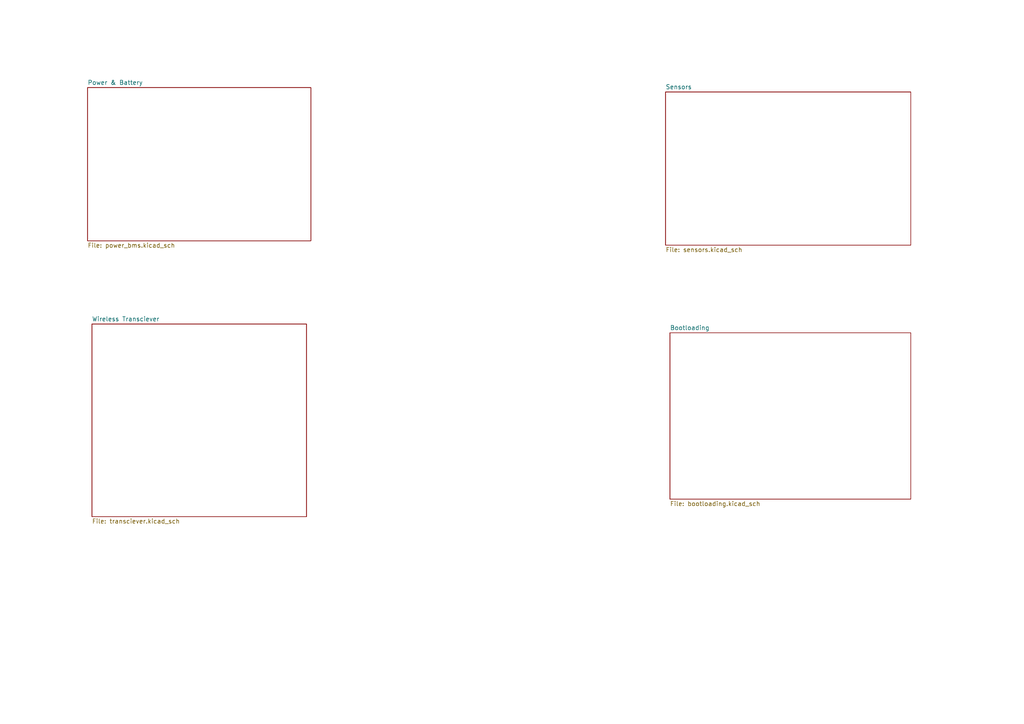
<source format=kicad_sch>
(kicad_sch
	(version 20250114)
	(generator "eeschema")
	(generator_version "9.0")
	(uuid "421ce809-a89d-415c-b400-e18378b399f0")
	(paper "A4")
	(lib_symbols)
	(sheet
		(at 193.04 26.67)
		(size 71.12 44.45)
		(exclude_from_sim no)
		(in_bom yes)
		(on_board yes)
		(dnp no)
		(fields_autoplaced yes)
		(stroke
			(width 0.1524)
			(type solid)
		)
		(fill
			(color 0 0 0 0.0000)
		)
		(uuid "02e648af-db4f-4405-b90d-51b8f612df1d")
		(property "Sheetname" "Sensors"
			(at 193.04 25.9584 0)
			(effects
				(font
					(size 1.27 1.27)
				)
				(justify left bottom)
			)
		)
		(property "Sheetfile" "sensors.kicad_sch"
			(at 193.04 71.7046 0)
			(effects
				(font
					(size 1.27 1.27)
				)
				(justify left top)
			)
		)
		(instances
			(project "production"
				(path "/421ce809-a89d-415c-b400-e18378b399f0"
					(page "3")
				)
			)
		)
	)
	(sheet
		(at 26.67 93.98)
		(size 62.23 55.88)
		(exclude_from_sim no)
		(in_bom yes)
		(on_board yes)
		(dnp no)
		(fields_autoplaced yes)
		(stroke
			(width 0.1524)
			(type solid)
		)
		(fill
			(color 0 0 0 0.0000)
		)
		(uuid "55481737-18e1-4c21-a1f2-042b310f0784")
		(property "Sheetname" "Wireless Transciever"
			(at 26.67 93.2684 0)
			(effects
				(font
					(size 1.27 1.27)
				)
				(justify left bottom)
			)
		)
		(property "Sheetfile" "transciever.kicad_sch"
			(at 26.67 150.4446 0)
			(effects
				(font
					(size 1.27 1.27)
				)
				(justify left top)
			)
		)
		(instances
			(project "production"
				(path "/421ce809-a89d-415c-b400-e18378b399f0"
					(page "5")
				)
			)
		)
	)
	(sheet
		(at 25.4 25.4)
		(size 64.77 44.45)
		(exclude_from_sim no)
		(in_bom yes)
		(on_board yes)
		(dnp no)
		(fields_autoplaced yes)
		(stroke
			(width 0.1524)
			(type solid)
		)
		(fill
			(color 0 0 0 0.0000)
		)
		(uuid "bbebd250-0774-41e4-b410-1f092139ca0a")
		(property "Sheetname" "Power & Battery"
			(at 25.4 24.6884 0)
			(effects
				(font
					(size 1.27 1.27)
				)
				(justify left bottom)
			)
		)
		(property "Sheetfile" "power_bms.kicad_sch"
			(at 25.4 70.4346 0)
			(effects
				(font
					(size 1.27 1.27)
				)
				(justify left top)
			)
		)
		(instances
			(project "production"
				(path "/421ce809-a89d-415c-b400-e18378b399f0"
					(page "2")
				)
			)
		)
	)
	(sheet
		(at 194.31 96.52)
		(size 69.85 48.26)
		(exclude_from_sim no)
		(in_bom yes)
		(on_board yes)
		(dnp no)
		(fields_autoplaced yes)
		(stroke
			(width 0.1524)
			(type solid)
		)
		(fill
			(color 0 0 0 0.0000)
		)
		(uuid "c5178492-0c3d-49d9-95d6-bbc9b9a1bc09")
		(property "Sheetname" "Bootloading"
			(at 194.31 95.8084 0)
			(effects
				(font
					(size 1.27 1.27)
				)
				(justify left bottom)
			)
		)
		(property "Sheetfile" "bootloading.kicad_sch"
			(at 194.31 145.3646 0)
			(effects
				(font
					(size 1.27 1.27)
				)
				(justify left top)
			)
		)
		(instances
			(project "production"
				(path "/421ce809-a89d-415c-b400-e18378b399f0"
					(page "4")
				)
			)
		)
	)
	(sheet_instances
		(path "/"
			(page "1")
		)
	)
	(embedded_fonts no)
)

</source>
